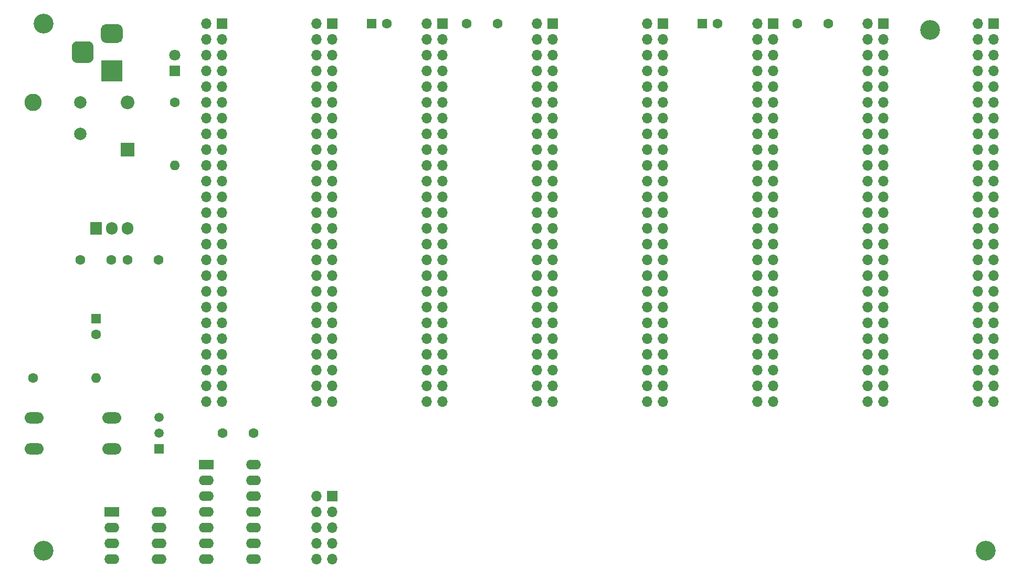
<source format=gbr>
%TF.GenerationSoftware,KiCad,Pcbnew,5.1.9*%
%TF.CreationDate,2021-02-01T09:54:16+01:00*%
%TF.ProjectId,backplane_v2.0,6261636b-706c-4616-9e65-5f76322e302e,v2.0*%
%TF.SameCoordinates,Original*%
%TF.FileFunction,Soldermask,Bot*%
%TF.FilePolarity,Negative*%
%FSLAX46Y46*%
G04 Gerber Fmt 4.6, Leading zero omitted, Abs format (unit mm)*
G04 Created by KiCad (PCBNEW 5.1.9) date 2021-02-01 09:54:16*
%MOMM*%
%LPD*%
G01*
G04 APERTURE LIST*
%ADD10C,1.600000*%
%ADD11R,1.600000X1.600000*%
%ADD12R,1.500000X1.500000*%
%ADD13C,1.500000*%
%ADD14C,3.200000*%
%ADD15O,2.400000X1.600000*%
%ADD16R,2.400000X1.600000*%
%ADD17O,1.700000X1.700000*%
%ADD18R,1.700000X1.700000*%
%ADD19O,1.905000X2.000000*%
%ADD20R,1.905000X2.000000*%
%ADD21C,2.800000*%
%ADD22O,3.048000X1.850000*%
%ADD23O,1.600000X1.600000*%
%ADD24R,3.500000X3.500000*%
%ADD25C,2.000000*%
%ADD26O,2.200000X2.200000*%
%ADD27R,2.200000X2.200000*%
%ADD28C,1.800000*%
%ADD29R,1.800000X1.800000*%
G04 APERTURE END LIST*
D10*
%TO.C,C7*%
X182840000Y-36195000D03*
D11*
X180340000Y-36195000D03*
%TD*%
D10*
%TO.C,C5*%
X129500000Y-36195000D03*
D11*
X127000000Y-36195000D03*
%TD*%
D10*
%TO.C,C4*%
X82550000Y-86320000D03*
D11*
X82550000Y-83820000D03*
%TD*%
D12*
%TO.C,U2*%
X92710000Y-104775000D03*
D13*
X92710000Y-99695000D03*
X92710000Y-102235000D03*
%TD*%
D14*
%TO.C,REF\u002A\u002A*%
X217070000Y-37235000D03*
%TD*%
%TO.C,REF\u002A\u002A*%
X226070000Y-121235000D03*
%TD*%
%TO.C,REF\u002A\u002A*%
X74070000Y-121235000D03*
%TD*%
%TO.C,REF\u002A\u002A*%
X74070000Y-36235000D03*
%TD*%
D15*
%TO.C,X1*%
X92710000Y-114935000D03*
X85090000Y-122555000D03*
X92710000Y-117475000D03*
X85090000Y-120015000D03*
X92710000Y-120015000D03*
X85090000Y-117475000D03*
X92710000Y-122555000D03*
D16*
X85090000Y-114935000D03*
%TD*%
D10*
%TO.C,C8*%
X195660000Y-36195000D03*
X200660000Y-36195000D03*
%TD*%
%TO.C,C6*%
X142320000Y-36195000D03*
X147320000Y-36195000D03*
%TD*%
D17*
%TO.C,J3a1*%
X118110000Y-122555000D03*
X120650000Y-122555000D03*
X118110000Y-120015000D03*
X120650000Y-120015000D03*
X118110000Y-117475000D03*
X120650000Y-117475000D03*
X118110000Y-114935000D03*
X120650000Y-114935000D03*
X118110000Y-112395000D03*
D18*
X120650000Y-112395000D03*
%TD*%
D17*
%TO.C,J9*%
X224790000Y-97155000D03*
X227330000Y-97155000D03*
X224790000Y-94615000D03*
X227330000Y-94615000D03*
X224790000Y-92075000D03*
X227330000Y-92075000D03*
X224790000Y-89535000D03*
X227330000Y-89535000D03*
X224790000Y-86995000D03*
X227330000Y-86995000D03*
X224790000Y-84455000D03*
X227330000Y-84455000D03*
X224790000Y-81915000D03*
X227330000Y-81915000D03*
X224790000Y-79375000D03*
X227330000Y-79375000D03*
X224790000Y-76835000D03*
X227330000Y-76835000D03*
X224790000Y-74295000D03*
X227330000Y-74295000D03*
X224790000Y-71755000D03*
X227330000Y-71755000D03*
X224790000Y-69215000D03*
X227330000Y-69215000D03*
X224790000Y-66675000D03*
X227330000Y-66675000D03*
X224790000Y-64135000D03*
X227330000Y-64135000D03*
X224790000Y-61595000D03*
X227330000Y-61595000D03*
X224790000Y-59055000D03*
X227330000Y-59055000D03*
X224790000Y-56515000D03*
X227330000Y-56515000D03*
X224790000Y-53975000D03*
X227330000Y-53975000D03*
X224790000Y-51435000D03*
X227330000Y-51435000D03*
X224790000Y-48895000D03*
X227330000Y-48895000D03*
X224790000Y-46355000D03*
X227330000Y-46355000D03*
X224790000Y-43815000D03*
X227330000Y-43815000D03*
X224790000Y-41275000D03*
X227330000Y-41275000D03*
X224790000Y-38735000D03*
X227330000Y-38735000D03*
X224790000Y-36195000D03*
D18*
X227330000Y-36195000D03*
%TD*%
D17*
%TO.C,J8*%
X207010000Y-97155000D03*
X209550000Y-97155000D03*
X207010000Y-94615000D03*
X209550000Y-94615000D03*
X207010000Y-92075000D03*
X209550000Y-92075000D03*
X207010000Y-89535000D03*
X209550000Y-89535000D03*
X207010000Y-86995000D03*
X209550000Y-86995000D03*
X207010000Y-84455000D03*
X209550000Y-84455000D03*
X207010000Y-81915000D03*
X209550000Y-81915000D03*
X207010000Y-79375000D03*
X209550000Y-79375000D03*
X207010000Y-76835000D03*
X209550000Y-76835000D03*
X207010000Y-74295000D03*
X209550000Y-74295000D03*
X207010000Y-71755000D03*
X209550000Y-71755000D03*
X207010000Y-69215000D03*
X209550000Y-69215000D03*
X207010000Y-66675000D03*
X209550000Y-66675000D03*
X207010000Y-64135000D03*
X209550000Y-64135000D03*
X207010000Y-61595000D03*
X209550000Y-61595000D03*
X207010000Y-59055000D03*
X209550000Y-59055000D03*
X207010000Y-56515000D03*
X209550000Y-56515000D03*
X207010000Y-53975000D03*
X209550000Y-53975000D03*
X207010000Y-51435000D03*
X209550000Y-51435000D03*
X207010000Y-48895000D03*
X209550000Y-48895000D03*
X207010000Y-46355000D03*
X209550000Y-46355000D03*
X207010000Y-43815000D03*
X209550000Y-43815000D03*
X207010000Y-41275000D03*
X209550000Y-41275000D03*
X207010000Y-38735000D03*
X209550000Y-38735000D03*
X207010000Y-36195000D03*
D18*
X209550000Y-36195000D03*
%TD*%
D17*
%TO.C,J5*%
X153670000Y-97155000D03*
X156210000Y-97155000D03*
X153670000Y-94615000D03*
X156210000Y-94615000D03*
X153670000Y-92075000D03*
X156210000Y-92075000D03*
X153670000Y-89535000D03*
X156210000Y-89535000D03*
X153670000Y-86995000D03*
X156210000Y-86995000D03*
X153670000Y-84455000D03*
X156210000Y-84455000D03*
X153670000Y-81915000D03*
X156210000Y-81915000D03*
X153670000Y-79375000D03*
X156210000Y-79375000D03*
X153670000Y-76835000D03*
X156210000Y-76835000D03*
X153670000Y-74295000D03*
X156210000Y-74295000D03*
X153670000Y-71755000D03*
X156210000Y-71755000D03*
X153670000Y-69215000D03*
X156210000Y-69215000D03*
X153670000Y-66675000D03*
X156210000Y-66675000D03*
X153670000Y-64135000D03*
X156210000Y-64135000D03*
X153670000Y-61595000D03*
X156210000Y-61595000D03*
X153670000Y-59055000D03*
X156210000Y-59055000D03*
X153670000Y-56515000D03*
X156210000Y-56515000D03*
X153670000Y-53975000D03*
X156210000Y-53975000D03*
X153670000Y-51435000D03*
X156210000Y-51435000D03*
X153670000Y-48895000D03*
X156210000Y-48895000D03*
X153670000Y-46355000D03*
X156210000Y-46355000D03*
X153670000Y-43815000D03*
X156210000Y-43815000D03*
X153670000Y-41275000D03*
X156210000Y-41275000D03*
X153670000Y-38735000D03*
X156210000Y-38735000D03*
X153670000Y-36195000D03*
D18*
X156210000Y-36195000D03*
%TD*%
D17*
%TO.C,J3*%
X118110000Y-97155000D03*
X120650000Y-97155000D03*
X118110000Y-94615000D03*
X120650000Y-94615000D03*
X118110000Y-92075000D03*
X120650000Y-92075000D03*
X118110000Y-89535000D03*
X120650000Y-89535000D03*
X118110000Y-86995000D03*
X120650000Y-86995000D03*
X118110000Y-84455000D03*
X120650000Y-84455000D03*
X118110000Y-81915000D03*
X120650000Y-81915000D03*
X118110000Y-79375000D03*
X120650000Y-79375000D03*
X118110000Y-76835000D03*
X120650000Y-76835000D03*
X118110000Y-74295000D03*
X120650000Y-74295000D03*
X118110000Y-71755000D03*
X120650000Y-71755000D03*
X118110000Y-69215000D03*
X120650000Y-69215000D03*
X118110000Y-66675000D03*
X120650000Y-66675000D03*
X118110000Y-64135000D03*
X120650000Y-64135000D03*
X118110000Y-61595000D03*
X120650000Y-61595000D03*
X118110000Y-59055000D03*
X120650000Y-59055000D03*
X118110000Y-56515000D03*
X120650000Y-56515000D03*
X118110000Y-53975000D03*
X120650000Y-53975000D03*
X118110000Y-51435000D03*
X120650000Y-51435000D03*
X118110000Y-48895000D03*
X120650000Y-48895000D03*
X118110000Y-46355000D03*
X120650000Y-46355000D03*
X118110000Y-43815000D03*
X120650000Y-43815000D03*
X118110000Y-41275000D03*
X120650000Y-41275000D03*
X118110000Y-38735000D03*
X120650000Y-38735000D03*
X118110000Y-36195000D03*
D18*
X120650000Y-36195000D03*
%TD*%
D17*
%TO.C,J7*%
X189230000Y-97155000D03*
X191770000Y-97155000D03*
X189230000Y-94615000D03*
X191770000Y-94615000D03*
X189230000Y-92075000D03*
X191770000Y-92075000D03*
X189230000Y-89535000D03*
X191770000Y-89535000D03*
X189230000Y-86995000D03*
X191770000Y-86995000D03*
X189230000Y-84455000D03*
X191770000Y-84455000D03*
X189230000Y-81915000D03*
X191770000Y-81915000D03*
X189230000Y-79375000D03*
X191770000Y-79375000D03*
X189230000Y-76835000D03*
X191770000Y-76835000D03*
X189230000Y-74295000D03*
X191770000Y-74295000D03*
X189230000Y-71755000D03*
X191770000Y-71755000D03*
X189230000Y-69215000D03*
X191770000Y-69215000D03*
X189230000Y-66675000D03*
X191770000Y-66675000D03*
X189230000Y-64135000D03*
X191770000Y-64135000D03*
X189230000Y-61595000D03*
X191770000Y-61595000D03*
X189230000Y-59055000D03*
X191770000Y-59055000D03*
X189230000Y-56515000D03*
X191770000Y-56515000D03*
X189230000Y-53975000D03*
X191770000Y-53975000D03*
X189230000Y-51435000D03*
X191770000Y-51435000D03*
X189230000Y-48895000D03*
X191770000Y-48895000D03*
X189230000Y-46355000D03*
X191770000Y-46355000D03*
X189230000Y-43815000D03*
X191770000Y-43815000D03*
X189230000Y-41275000D03*
X191770000Y-41275000D03*
X189230000Y-38735000D03*
X191770000Y-38735000D03*
X189230000Y-36195000D03*
D18*
X191770000Y-36195000D03*
%TD*%
D17*
%TO.C,J6*%
X171450000Y-97155000D03*
X173990000Y-97155000D03*
X171450000Y-94615000D03*
X173990000Y-94615000D03*
X171450000Y-92075000D03*
X173990000Y-92075000D03*
X171450000Y-89535000D03*
X173990000Y-89535000D03*
X171450000Y-86995000D03*
X173990000Y-86995000D03*
X171450000Y-84455000D03*
X173990000Y-84455000D03*
X171450000Y-81915000D03*
X173990000Y-81915000D03*
X171450000Y-79375000D03*
X173990000Y-79375000D03*
X171450000Y-76835000D03*
X173990000Y-76835000D03*
X171450000Y-74295000D03*
X173990000Y-74295000D03*
X171450000Y-71755000D03*
X173990000Y-71755000D03*
X171450000Y-69215000D03*
X173990000Y-69215000D03*
X171450000Y-66675000D03*
X173990000Y-66675000D03*
X171450000Y-64135000D03*
X173990000Y-64135000D03*
X171450000Y-61595000D03*
X173990000Y-61595000D03*
X171450000Y-59055000D03*
X173990000Y-59055000D03*
X171450000Y-56515000D03*
X173990000Y-56515000D03*
X171450000Y-53975000D03*
X173990000Y-53975000D03*
X171450000Y-51435000D03*
X173990000Y-51435000D03*
X171450000Y-48895000D03*
X173990000Y-48895000D03*
X171450000Y-46355000D03*
X173990000Y-46355000D03*
X171450000Y-43815000D03*
X173990000Y-43815000D03*
X171450000Y-41275000D03*
X173990000Y-41275000D03*
X171450000Y-38735000D03*
X173990000Y-38735000D03*
X171450000Y-36195000D03*
D18*
X173990000Y-36195000D03*
%TD*%
D17*
%TO.C,J4*%
X135890000Y-97155000D03*
X138430000Y-97155000D03*
X135890000Y-94615000D03*
X138430000Y-94615000D03*
X135890000Y-92075000D03*
X138430000Y-92075000D03*
X135890000Y-89535000D03*
X138430000Y-89535000D03*
X135890000Y-86995000D03*
X138430000Y-86995000D03*
X135890000Y-84455000D03*
X138430000Y-84455000D03*
X135890000Y-81915000D03*
X138430000Y-81915000D03*
X135890000Y-79375000D03*
X138430000Y-79375000D03*
X135890000Y-76835000D03*
X138430000Y-76835000D03*
X135890000Y-74295000D03*
X138430000Y-74295000D03*
X135890000Y-71755000D03*
X138430000Y-71755000D03*
X135890000Y-69215000D03*
X138430000Y-69215000D03*
X135890000Y-66675000D03*
X138430000Y-66675000D03*
X135890000Y-64135000D03*
X138430000Y-64135000D03*
X135890000Y-61595000D03*
X138430000Y-61595000D03*
X135890000Y-59055000D03*
X138430000Y-59055000D03*
X135890000Y-56515000D03*
X138430000Y-56515000D03*
X135890000Y-53975000D03*
X138430000Y-53975000D03*
X135890000Y-51435000D03*
X138430000Y-51435000D03*
X135890000Y-48895000D03*
X138430000Y-48895000D03*
X135890000Y-46355000D03*
X138430000Y-46355000D03*
X135890000Y-43815000D03*
X138430000Y-43815000D03*
X135890000Y-41275000D03*
X138430000Y-41275000D03*
X135890000Y-38735000D03*
X138430000Y-38735000D03*
X135890000Y-36195000D03*
D18*
X138430000Y-36195000D03*
%TD*%
D17*
%TO.C,J2*%
X100330000Y-97155000D03*
X102870000Y-97155000D03*
X100330000Y-94615000D03*
X102870000Y-94615000D03*
X100330000Y-92075000D03*
X102870000Y-92075000D03*
X100330000Y-89535000D03*
X102870000Y-89535000D03*
X100330000Y-86995000D03*
X102870000Y-86995000D03*
X100330000Y-84455000D03*
X102870000Y-84455000D03*
X100330000Y-81915000D03*
X102870000Y-81915000D03*
X100330000Y-79375000D03*
X102870000Y-79375000D03*
X100330000Y-76835000D03*
X102870000Y-76835000D03*
X100330000Y-74295000D03*
X102870000Y-74295000D03*
X100330000Y-71755000D03*
X102870000Y-71755000D03*
X100330000Y-69215000D03*
X102870000Y-69215000D03*
X100330000Y-66675000D03*
X102870000Y-66675000D03*
X100330000Y-64135000D03*
X102870000Y-64135000D03*
X100330000Y-61595000D03*
X102870000Y-61595000D03*
X100330000Y-59055000D03*
X102870000Y-59055000D03*
X100330000Y-56515000D03*
X102870000Y-56515000D03*
X100330000Y-53975000D03*
X102870000Y-53975000D03*
X100330000Y-51435000D03*
X102870000Y-51435000D03*
X100330000Y-48895000D03*
X102870000Y-48895000D03*
X100330000Y-46355000D03*
X102870000Y-46355000D03*
X100330000Y-43815000D03*
X102870000Y-43815000D03*
X100330000Y-41275000D03*
X102870000Y-41275000D03*
X100330000Y-38735000D03*
X102870000Y-38735000D03*
X100330000Y-36195000D03*
D18*
X102870000Y-36195000D03*
%TD*%
D15*
%TO.C,U3*%
X107950000Y-107315000D03*
X100330000Y-122555000D03*
X107950000Y-109855000D03*
X100330000Y-120015000D03*
X107950000Y-112395000D03*
X100330000Y-117475000D03*
X107950000Y-114935000D03*
X100330000Y-114935000D03*
X107950000Y-117475000D03*
X100330000Y-112395000D03*
X107950000Y-120015000D03*
X100330000Y-109855000D03*
X107950000Y-122555000D03*
D16*
X100330000Y-107315000D03*
%TD*%
D19*
%TO.C,U1*%
X87630000Y-69215000D03*
X85090000Y-69215000D03*
D20*
X82550000Y-69215000D03*
%TD*%
D21*
%TO.C,TP1*%
X72390000Y-48895000D03*
%TD*%
D22*
%TO.C,SW1*%
X85090000Y-99775000D03*
X85090000Y-104775000D03*
X72590000Y-99775000D03*
X72590000Y-104775000D03*
%TD*%
D23*
%TO.C,R2*%
X82550000Y-93345000D03*
D10*
X72390000Y-93345000D03*
%TD*%
D23*
%TO.C,R1*%
X95250000Y-59055000D03*
D10*
X95250000Y-48895000D03*
%TD*%
%TO.C,J1*%
G36*
G01*
X79515000Y-39065000D02*
X81265000Y-39065000D01*
G75*
G02*
X82140000Y-39940000I0J-875000D01*
G01*
X82140000Y-41690000D01*
G75*
G02*
X81265000Y-42565000I-875000J0D01*
G01*
X79515000Y-42565000D01*
G75*
G02*
X78640000Y-41690000I0J875000D01*
G01*
X78640000Y-39940000D01*
G75*
G02*
X79515000Y-39065000I875000J0D01*
G01*
G37*
G36*
G01*
X84090000Y-36315000D02*
X86090000Y-36315000D01*
G75*
G02*
X86840000Y-37065000I0J-750000D01*
G01*
X86840000Y-38565000D01*
G75*
G02*
X86090000Y-39315000I-750000J0D01*
G01*
X84090000Y-39315000D01*
G75*
G02*
X83340000Y-38565000I0J750000D01*
G01*
X83340000Y-37065000D01*
G75*
G02*
X84090000Y-36315000I750000J0D01*
G01*
G37*
D24*
X85090000Y-43815000D03*
%TD*%
D25*
%TO.C,F1*%
X80020000Y-48895000D03*
X80010000Y-53975000D03*
%TD*%
D26*
%TO.C,D2*%
X87630000Y-48895000D03*
D27*
X87630000Y-56515000D03*
%TD*%
D28*
%TO.C,D1*%
X95250000Y-41275000D03*
D29*
X95250000Y-43815000D03*
%TD*%
D10*
%TO.C,C3*%
X92630000Y-74295000D03*
X87630000Y-74295000D03*
%TD*%
%TO.C,C2*%
X85010000Y-74295000D03*
X80010000Y-74295000D03*
%TD*%
%TO.C,C1*%
X102950000Y-102235000D03*
X107950000Y-102235000D03*
%TD*%
M02*

</source>
